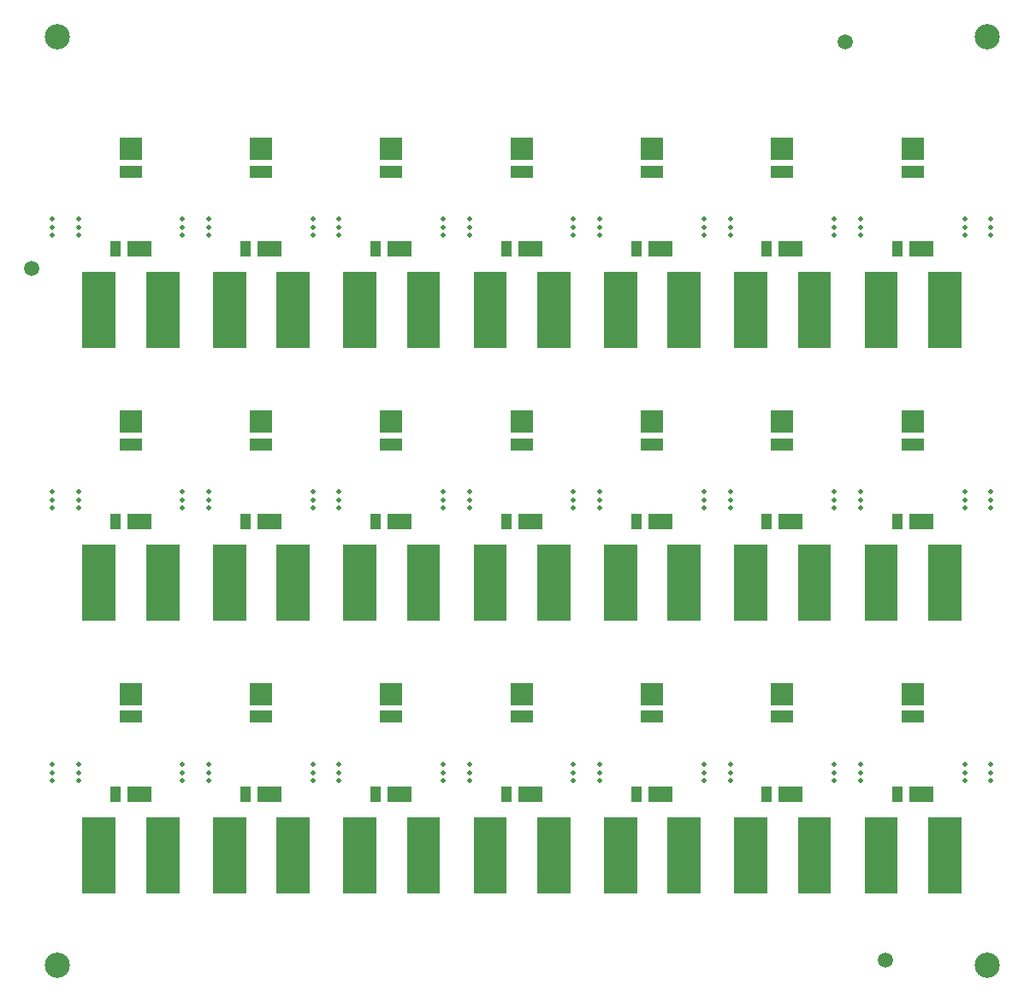
<source format=gbr>
G04 #@! TF.GenerationSoftware,KiCad,Pcbnew,(5.1.5)-3*
G04 #@! TF.CreationDate,2020-06-10T08:11:37+03:00*
G04 #@! TF.ProjectId,noname,6e6f6e61-6d65-42e6-9b69-6361645f7063,rev?*
G04 #@! TF.SameCoordinates,Original*
G04 #@! TF.FileFunction,Soldermask,Bot*
G04 #@! TF.FilePolarity,Negative*
%FSLAX46Y46*%
G04 Gerber Fmt 4.6, Leading zero omitted, Abs format (unit mm)*
G04 Created by KiCad (PCBNEW (5.1.5)-3) date 2020-06-10 08:11:37*
%MOMM*%
%LPD*%
G04 APERTURE LIST*
%ADD10C,0.100000*%
%ADD11R,2.400000X1.500000*%
%ADD12R,1.050000X1.500000*%
%ADD13C,0.500000*%
%ADD14R,2.200000X1.250000*%
%ADD15R,2.200000X2.200000*%
%ADD16C,1.500000*%
%ADD17C,2.500000*%
G04 APERTURE END LIST*
D10*
G36*
X172100000Y-127200000D02*
G01*
X168900000Y-127200000D01*
X168900000Y-119700000D01*
X172100000Y-119700000D01*
X172100000Y-127200000D01*
G37*
X172100000Y-127200000D02*
X168900000Y-127200000D01*
X168900000Y-119700000D01*
X172100000Y-119700000D01*
X172100000Y-127200000D01*
G36*
X152600000Y-127200000D02*
G01*
X149400000Y-127200000D01*
X149400000Y-119700000D01*
X152600000Y-119700000D01*
X152600000Y-127200000D01*
G37*
X152600000Y-127200000D02*
X149400000Y-127200000D01*
X149400000Y-119700000D01*
X152600000Y-119700000D01*
X152600000Y-127200000D01*
G36*
X113900000Y-127200000D02*
G01*
X110700000Y-127200000D01*
X110700000Y-119700000D01*
X113900000Y-119700000D01*
X113900000Y-127200000D01*
G37*
X113900000Y-127200000D02*
X110700000Y-127200000D01*
X110700000Y-119700000D01*
X113900000Y-119700000D01*
X113900000Y-127200000D01*
G36*
X146300000Y-127200000D02*
G01*
X143100000Y-127200000D01*
X143100000Y-119700000D01*
X146300000Y-119700000D01*
X146300000Y-127200000D01*
G37*
X146300000Y-127200000D02*
X143100000Y-127200000D01*
X143100000Y-119700000D01*
X146300000Y-119700000D01*
X146300000Y-127200000D01*
G36*
X120500000Y-127200000D02*
G01*
X117300000Y-127200000D01*
X117300000Y-119700000D01*
X120500000Y-119700000D01*
X120500000Y-127200000D01*
G37*
X120500000Y-127200000D02*
X117300000Y-127200000D01*
X117300000Y-119700000D01*
X120500000Y-119700000D01*
X120500000Y-127200000D01*
G36*
X178400000Y-127200000D02*
G01*
X175200000Y-127200000D01*
X175200000Y-119700000D01*
X178400000Y-119700000D01*
X178400000Y-127200000D01*
G37*
X178400000Y-127200000D02*
X175200000Y-127200000D01*
X175200000Y-119700000D01*
X178400000Y-119700000D01*
X178400000Y-127200000D01*
G36*
X107600000Y-127200000D02*
G01*
X104400000Y-127200000D01*
X104400000Y-119700000D01*
X107600000Y-119700000D01*
X107600000Y-127200000D01*
G37*
X107600000Y-127200000D02*
X104400000Y-127200000D01*
X104400000Y-119700000D01*
X107600000Y-119700000D01*
X107600000Y-127200000D01*
G36*
X133400000Y-127200000D02*
G01*
X130200000Y-127200000D01*
X130200000Y-119700000D01*
X133400000Y-119700000D01*
X133400000Y-127200000D01*
G37*
X133400000Y-127200000D02*
X130200000Y-127200000D01*
X130200000Y-119700000D01*
X133400000Y-119700000D01*
X133400000Y-127200000D01*
G36*
X165500000Y-127200000D02*
G01*
X162300000Y-127200000D01*
X162300000Y-119700000D01*
X165500000Y-119700000D01*
X165500000Y-127200000D01*
G37*
X165500000Y-127200000D02*
X162300000Y-127200000D01*
X162300000Y-119700000D01*
X165500000Y-119700000D01*
X165500000Y-127200000D01*
G36*
X159200000Y-127200000D02*
G01*
X156000000Y-127200000D01*
X156000000Y-119700000D01*
X159200000Y-119700000D01*
X159200000Y-127200000D01*
G37*
X159200000Y-127200000D02*
X156000000Y-127200000D01*
X156000000Y-119700000D01*
X159200000Y-119700000D01*
X159200000Y-127200000D01*
G36*
X126800000Y-127200000D02*
G01*
X123600000Y-127200000D01*
X123600000Y-119700000D01*
X126800000Y-119700000D01*
X126800000Y-127200000D01*
G37*
X126800000Y-127200000D02*
X123600000Y-127200000D01*
X123600000Y-119700000D01*
X126800000Y-119700000D01*
X126800000Y-127200000D01*
G36*
X139700000Y-127200000D02*
G01*
X136500000Y-127200000D01*
X136500000Y-119700000D01*
X139700000Y-119700000D01*
X139700000Y-127200000D01*
G37*
X139700000Y-127200000D02*
X136500000Y-127200000D01*
X136500000Y-119700000D01*
X139700000Y-119700000D01*
X139700000Y-127200000D01*
G36*
X101000000Y-127200000D02*
G01*
X97800000Y-127200000D01*
X97800000Y-119700000D01*
X101000000Y-119700000D01*
X101000000Y-127200000D01*
G37*
X101000000Y-127200000D02*
X97800000Y-127200000D01*
X97800000Y-119700000D01*
X101000000Y-119700000D01*
X101000000Y-127200000D01*
G36*
X94700000Y-127200000D02*
G01*
X91500000Y-127200000D01*
X91500000Y-119700000D01*
X94700000Y-119700000D01*
X94700000Y-127200000D01*
G37*
X94700000Y-127200000D02*
X91500000Y-127200000D01*
X91500000Y-119700000D01*
X94700000Y-119700000D01*
X94700000Y-127200000D01*
G36*
X139700000Y-100200000D02*
G01*
X136500000Y-100200000D01*
X136500000Y-92700000D01*
X139700000Y-92700000D01*
X139700000Y-100200000D01*
G37*
X139700000Y-100200000D02*
X136500000Y-100200000D01*
X136500000Y-92700000D01*
X139700000Y-92700000D01*
X139700000Y-100200000D01*
G36*
X178400000Y-100200000D02*
G01*
X175200000Y-100200000D01*
X175200000Y-92700000D01*
X178400000Y-92700000D01*
X178400000Y-100200000D01*
G37*
X178400000Y-100200000D02*
X175200000Y-100200000D01*
X175200000Y-92700000D01*
X178400000Y-92700000D01*
X178400000Y-100200000D01*
G36*
X165500000Y-100200000D02*
G01*
X162300000Y-100200000D01*
X162300000Y-92700000D01*
X165500000Y-92700000D01*
X165500000Y-100200000D01*
G37*
X165500000Y-100200000D02*
X162300000Y-100200000D01*
X162300000Y-92700000D01*
X165500000Y-92700000D01*
X165500000Y-100200000D01*
G36*
X152600000Y-100200000D02*
G01*
X149400000Y-100200000D01*
X149400000Y-92700000D01*
X152600000Y-92700000D01*
X152600000Y-100200000D01*
G37*
X152600000Y-100200000D02*
X149400000Y-100200000D01*
X149400000Y-92700000D01*
X152600000Y-92700000D01*
X152600000Y-100200000D01*
G36*
X126800000Y-100200000D02*
G01*
X123600000Y-100200000D01*
X123600000Y-92700000D01*
X126800000Y-92700000D01*
X126800000Y-100200000D01*
G37*
X126800000Y-100200000D02*
X123600000Y-100200000D01*
X123600000Y-92700000D01*
X126800000Y-92700000D01*
X126800000Y-100200000D01*
G36*
X113900000Y-100200000D02*
G01*
X110700000Y-100200000D01*
X110700000Y-92700000D01*
X113900000Y-92700000D01*
X113900000Y-100200000D01*
G37*
X113900000Y-100200000D02*
X110700000Y-100200000D01*
X110700000Y-92700000D01*
X113900000Y-92700000D01*
X113900000Y-100200000D01*
G36*
X120500000Y-100200000D02*
G01*
X117300000Y-100200000D01*
X117300000Y-92700000D01*
X120500000Y-92700000D01*
X120500000Y-100200000D01*
G37*
X120500000Y-100200000D02*
X117300000Y-100200000D01*
X117300000Y-92700000D01*
X120500000Y-92700000D01*
X120500000Y-100200000D01*
G36*
X172100000Y-100200000D02*
G01*
X168900000Y-100200000D01*
X168900000Y-92700000D01*
X172100000Y-92700000D01*
X172100000Y-100200000D01*
G37*
X172100000Y-100200000D02*
X168900000Y-100200000D01*
X168900000Y-92700000D01*
X172100000Y-92700000D01*
X172100000Y-100200000D01*
G36*
X159200000Y-100200000D02*
G01*
X156000000Y-100200000D01*
X156000000Y-92700000D01*
X159200000Y-92700000D01*
X159200000Y-100200000D01*
G37*
X159200000Y-100200000D02*
X156000000Y-100200000D01*
X156000000Y-92700000D01*
X159200000Y-92700000D01*
X159200000Y-100200000D01*
G36*
X146300000Y-100200000D02*
G01*
X143100000Y-100200000D01*
X143100000Y-92700000D01*
X146300000Y-92700000D01*
X146300000Y-100200000D01*
G37*
X146300000Y-100200000D02*
X143100000Y-100200000D01*
X143100000Y-92700000D01*
X146300000Y-92700000D01*
X146300000Y-100200000D01*
G36*
X107600000Y-100200000D02*
G01*
X104400000Y-100200000D01*
X104400000Y-92700000D01*
X107600000Y-92700000D01*
X107600000Y-100200000D01*
G37*
X107600000Y-100200000D02*
X104400000Y-100200000D01*
X104400000Y-92700000D01*
X107600000Y-92700000D01*
X107600000Y-100200000D01*
G36*
X133400000Y-100200000D02*
G01*
X130200000Y-100200000D01*
X130200000Y-92700000D01*
X133400000Y-92700000D01*
X133400000Y-100200000D01*
G37*
X133400000Y-100200000D02*
X130200000Y-100200000D01*
X130200000Y-92700000D01*
X133400000Y-92700000D01*
X133400000Y-100200000D01*
G36*
X101000000Y-100200000D02*
G01*
X97800000Y-100200000D01*
X97800000Y-92700000D01*
X101000000Y-92700000D01*
X101000000Y-100200000D01*
G37*
X101000000Y-100200000D02*
X97800000Y-100200000D01*
X97800000Y-92700000D01*
X101000000Y-92700000D01*
X101000000Y-100200000D01*
G36*
X94700000Y-100200000D02*
G01*
X91500000Y-100200000D01*
X91500000Y-92700000D01*
X94700000Y-92700000D01*
X94700000Y-100200000D01*
G37*
X94700000Y-100200000D02*
X91500000Y-100200000D01*
X91500000Y-92700000D01*
X94700000Y-92700000D01*
X94700000Y-100200000D01*
G36*
X178400000Y-73200000D02*
G01*
X175200000Y-73200000D01*
X175200000Y-65700000D01*
X178400000Y-65700000D01*
X178400000Y-73200000D01*
G37*
X178400000Y-73200000D02*
X175200000Y-73200000D01*
X175200000Y-65700000D01*
X178400000Y-65700000D01*
X178400000Y-73200000D01*
G36*
X165500000Y-73200000D02*
G01*
X162300000Y-73200000D01*
X162300000Y-65700000D01*
X165500000Y-65700000D01*
X165500000Y-73200000D01*
G37*
X165500000Y-73200000D02*
X162300000Y-73200000D01*
X162300000Y-65700000D01*
X165500000Y-65700000D01*
X165500000Y-73200000D01*
G36*
X152600000Y-73200000D02*
G01*
X149400000Y-73200000D01*
X149400000Y-65700000D01*
X152600000Y-65700000D01*
X152600000Y-73200000D01*
G37*
X152600000Y-73200000D02*
X149400000Y-73200000D01*
X149400000Y-65700000D01*
X152600000Y-65700000D01*
X152600000Y-73200000D01*
G36*
X139700000Y-73200000D02*
G01*
X136500000Y-73200000D01*
X136500000Y-65700000D01*
X139700000Y-65700000D01*
X139700000Y-73200000D01*
G37*
X139700000Y-73200000D02*
X136500000Y-73200000D01*
X136500000Y-65700000D01*
X139700000Y-65700000D01*
X139700000Y-73200000D01*
G36*
X126800000Y-73200000D02*
G01*
X123600000Y-73200000D01*
X123600000Y-65700000D01*
X126800000Y-65700000D01*
X126800000Y-73200000D01*
G37*
X126800000Y-73200000D02*
X123600000Y-73200000D01*
X123600000Y-65700000D01*
X126800000Y-65700000D01*
X126800000Y-73200000D01*
G36*
X113900000Y-73200000D02*
G01*
X110700000Y-73200000D01*
X110700000Y-65700000D01*
X113900000Y-65700000D01*
X113900000Y-73200000D01*
G37*
X113900000Y-73200000D02*
X110700000Y-73200000D01*
X110700000Y-65700000D01*
X113900000Y-65700000D01*
X113900000Y-73200000D01*
G36*
X172100000Y-73200000D02*
G01*
X168900000Y-73200000D01*
X168900000Y-65700000D01*
X172100000Y-65700000D01*
X172100000Y-73200000D01*
G37*
X172100000Y-73200000D02*
X168900000Y-73200000D01*
X168900000Y-65700000D01*
X172100000Y-65700000D01*
X172100000Y-73200000D01*
G36*
X159200000Y-73200000D02*
G01*
X156000000Y-73200000D01*
X156000000Y-65700000D01*
X159200000Y-65700000D01*
X159200000Y-73200000D01*
G37*
X159200000Y-73200000D02*
X156000000Y-73200000D01*
X156000000Y-65700000D01*
X159200000Y-65700000D01*
X159200000Y-73200000D01*
G36*
X146300000Y-73200000D02*
G01*
X143100000Y-73200000D01*
X143100000Y-65700000D01*
X146300000Y-65700000D01*
X146300000Y-73200000D01*
G37*
X146300000Y-73200000D02*
X143100000Y-73200000D01*
X143100000Y-65700000D01*
X146300000Y-65700000D01*
X146300000Y-73200000D01*
G36*
X133400000Y-73200000D02*
G01*
X130200000Y-73200000D01*
X130200000Y-65700000D01*
X133400000Y-65700000D01*
X133400000Y-73200000D01*
G37*
X133400000Y-73200000D02*
X130200000Y-73200000D01*
X130200000Y-65700000D01*
X133400000Y-65700000D01*
X133400000Y-73200000D01*
G36*
X120500000Y-73200000D02*
G01*
X117300000Y-73200000D01*
X117300000Y-65700000D01*
X120500000Y-65700000D01*
X120500000Y-73200000D01*
G37*
X120500000Y-73200000D02*
X117300000Y-73200000D01*
X117300000Y-65700000D01*
X120500000Y-65700000D01*
X120500000Y-73200000D01*
G36*
X107600000Y-73200000D02*
G01*
X104400000Y-73200000D01*
X104400000Y-65700000D01*
X107600000Y-65700000D01*
X107600000Y-73200000D01*
G37*
X107600000Y-73200000D02*
X104400000Y-73200000D01*
X104400000Y-65700000D01*
X107600000Y-65700000D01*
X107600000Y-73200000D01*
G36*
X101000000Y-73200000D02*
G01*
X97800000Y-73200000D01*
X97800000Y-65700000D01*
X101000000Y-65700000D01*
X101000000Y-73200000D01*
G37*
X101000000Y-73200000D02*
X97800000Y-73200000D01*
X97800000Y-65700000D01*
X101000000Y-65700000D01*
X101000000Y-73200000D01*
G36*
X94700000Y-73200000D02*
G01*
X91500000Y-73200000D01*
X91500000Y-65700000D01*
X94700000Y-65700000D01*
X94700000Y-73200000D01*
G37*
X94700000Y-73200000D02*
X91500000Y-73200000D01*
X91500000Y-65700000D01*
X94700000Y-65700000D01*
X94700000Y-73200000D01*
D11*
X148700000Y-117400000D03*
D12*
X146325000Y-117400000D03*
D11*
X110000000Y-117400000D03*
D12*
X107625000Y-117400000D03*
D13*
X178800000Y-115300000D03*
X178800000Y-114500000D03*
X178800000Y-116100000D03*
X181400000Y-115300000D03*
X181400000Y-114500000D03*
X181400000Y-116100000D03*
D11*
X135800000Y-117400000D03*
D12*
X133425000Y-117400000D03*
D11*
X174500000Y-117400000D03*
D12*
X172125000Y-117400000D03*
D11*
X161600000Y-117400000D03*
D12*
X159225000Y-117400000D03*
D13*
X116900000Y-116100000D03*
X116900000Y-114500000D03*
X116900000Y-115300000D03*
X114300000Y-116100000D03*
X114300000Y-114500000D03*
X114300000Y-115300000D03*
D11*
X122900000Y-117400000D03*
D12*
X120525000Y-117400000D03*
D14*
X134950000Y-109775000D03*
D15*
X134950000Y-107500000D03*
D14*
X122050000Y-109775000D03*
D15*
X122050000Y-107500000D03*
D13*
X155600000Y-116100000D03*
X155600000Y-114500000D03*
X155600000Y-115300000D03*
X153000000Y-116100000D03*
X153000000Y-114500000D03*
X153000000Y-115300000D03*
D14*
X109150000Y-109775000D03*
D15*
X109150000Y-107500000D03*
D14*
X173650000Y-109775000D03*
D15*
X173650000Y-107500000D03*
D14*
X147850000Y-109775000D03*
D15*
X147850000Y-107500000D03*
D14*
X160750000Y-109775000D03*
D15*
X160750000Y-107500000D03*
D13*
X168500000Y-116100000D03*
X168500000Y-114500000D03*
X168500000Y-115300000D03*
X165900000Y-116100000D03*
X165900000Y-114500000D03*
X165900000Y-115300000D03*
X129800000Y-116100000D03*
X129800000Y-114500000D03*
X129800000Y-115300000D03*
X127200000Y-116100000D03*
X127200000Y-114500000D03*
X127200000Y-115300000D03*
X104000000Y-116100000D03*
X104000000Y-114500000D03*
X104000000Y-115300000D03*
X101400000Y-116100000D03*
X101400000Y-114500000D03*
X101400000Y-115300000D03*
X142700000Y-116100000D03*
X142700000Y-114500000D03*
X142700000Y-115300000D03*
X140100000Y-116100000D03*
X140100000Y-114500000D03*
X140100000Y-115300000D03*
D15*
X96250000Y-107500000D03*
D14*
X96250000Y-109775000D03*
D13*
X88500000Y-115300000D03*
X88500000Y-114500000D03*
X88500000Y-116100000D03*
X91100000Y-115300000D03*
X91100000Y-114500000D03*
X91100000Y-116100000D03*
D12*
X94725000Y-117400000D03*
D11*
X97100000Y-117400000D03*
D12*
X107625000Y-90400000D03*
D11*
X110000000Y-90400000D03*
D12*
X146325000Y-90400000D03*
D11*
X148700000Y-90400000D03*
D12*
X133425000Y-90400000D03*
D11*
X135800000Y-90400000D03*
D13*
X181400000Y-89100000D03*
X181400000Y-87500000D03*
X181400000Y-88300000D03*
X178800000Y-89100000D03*
X178800000Y-87500000D03*
X178800000Y-88300000D03*
D12*
X172125000Y-90400000D03*
D11*
X174500000Y-90400000D03*
D12*
X159225000Y-90400000D03*
D11*
X161600000Y-90400000D03*
D12*
X120525000Y-90400000D03*
D11*
X122900000Y-90400000D03*
D15*
X122050000Y-80500000D03*
D14*
X122050000Y-82775000D03*
D15*
X109150000Y-80500000D03*
D14*
X109150000Y-82775000D03*
D15*
X173650000Y-80500000D03*
D14*
X173650000Y-82775000D03*
D15*
X160750000Y-80500000D03*
D14*
X160750000Y-82775000D03*
D15*
X147850000Y-80500000D03*
D14*
X147850000Y-82775000D03*
D13*
X165900000Y-88300000D03*
X165900000Y-87500000D03*
X165900000Y-89100000D03*
X168500000Y-88300000D03*
X168500000Y-87500000D03*
X168500000Y-89100000D03*
X153000000Y-88300000D03*
X153000000Y-87500000D03*
X153000000Y-89100000D03*
X155600000Y-88300000D03*
X155600000Y-87500000D03*
X155600000Y-89100000D03*
X127200000Y-88300000D03*
X127200000Y-87500000D03*
X127200000Y-89100000D03*
X129800000Y-88300000D03*
X129800000Y-87500000D03*
X129800000Y-89100000D03*
X101400000Y-88300000D03*
X101400000Y-87500000D03*
X101400000Y-89100000D03*
X104000000Y-88300000D03*
X104000000Y-87500000D03*
X104000000Y-89100000D03*
X114300000Y-88300000D03*
X114300000Y-87500000D03*
X114300000Y-89100000D03*
X116900000Y-88300000D03*
X116900000Y-87500000D03*
X116900000Y-89100000D03*
D15*
X134950000Y-80500000D03*
D14*
X134950000Y-82775000D03*
D13*
X140100000Y-88300000D03*
X140100000Y-87500000D03*
X140100000Y-89100000D03*
X142700000Y-88300000D03*
X142700000Y-87500000D03*
X142700000Y-89100000D03*
D11*
X97100000Y-90400000D03*
D12*
X94725000Y-90400000D03*
D14*
X96250000Y-82775000D03*
D15*
X96250000Y-80500000D03*
D13*
X91100000Y-89100000D03*
X91100000Y-87500000D03*
X91100000Y-88300000D03*
X88500000Y-89100000D03*
X88500000Y-87500000D03*
X88500000Y-88300000D03*
X178800000Y-61300000D03*
X178800000Y-60500000D03*
X178800000Y-62100000D03*
X181400000Y-61300000D03*
X181400000Y-60500000D03*
X181400000Y-62100000D03*
D11*
X174500000Y-63400000D03*
D12*
X172125000Y-63400000D03*
D11*
X161600000Y-63400000D03*
D12*
X159225000Y-63400000D03*
D11*
X148700000Y-63400000D03*
D12*
X146325000Y-63400000D03*
D11*
X135800000Y-63400000D03*
D12*
X133425000Y-63400000D03*
D11*
X122900000Y-63400000D03*
D12*
X120525000Y-63400000D03*
D11*
X110000000Y-63400000D03*
D12*
X107625000Y-63400000D03*
D14*
X173650000Y-55775000D03*
D15*
X173650000Y-53500000D03*
D14*
X160750000Y-55775000D03*
D15*
X160750000Y-53500000D03*
D14*
X147850000Y-55775000D03*
D15*
X147850000Y-53500000D03*
D14*
X134950000Y-55775000D03*
D15*
X134950000Y-53500000D03*
D14*
X122050000Y-55775000D03*
D15*
X122050000Y-53500000D03*
D14*
X109150000Y-55775000D03*
D15*
X109150000Y-53500000D03*
D13*
X168500000Y-62100000D03*
X168500000Y-60500000D03*
X168500000Y-61300000D03*
X165900000Y-62100000D03*
X165900000Y-60500000D03*
X165900000Y-61300000D03*
X155600000Y-62100000D03*
X155600000Y-60500000D03*
X155600000Y-61300000D03*
X153000000Y-62100000D03*
X153000000Y-60500000D03*
X153000000Y-61300000D03*
X142700000Y-62100000D03*
X142700000Y-60500000D03*
X142700000Y-61300000D03*
X140100000Y-62100000D03*
X140100000Y-60500000D03*
X140100000Y-61300000D03*
X129800000Y-62100000D03*
X129800000Y-60500000D03*
X129800000Y-61300000D03*
X127200000Y-62100000D03*
X127200000Y-60500000D03*
X127200000Y-61300000D03*
X116900000Y-62100000D03*
X116900000Y-60500000D03*
X116900000Y-61300000D03*
X114300000Y-62100000D03*
X114300000Y-60500000D03*
X114300000Y-61300000D03*
X104000000Y-62100000D03*
X104000000Y-60500000D03*
X104000000Y-61300000D03*
X101400000Y-62100000D03*
X101400000Y-60500000D03*
X101400000Y-61300000D03*
D16*
X171000000Y-133900000D03*
X86500000Y-65400000D03*
X167000000Y-42900000D03*
D17*
X89000000Y-134400000D03*
X181000000Y-134400000D03*
X181000000Y-42400000D03*
X89000000Y-42400000D03*
D13*
X88500000Y-61300000D03*
X88500000Y-60500000D03*
X88500000Y-62100000D03*
X91100000Y-61300000D03*
X91100000Y-60500000D03*
X91100000Y-62100000D03*
D15*
X96250000Y-53500000D03*
D14*
X96250000Y-55775000D03*
D12*
X94725000Y-63400000D03*
D11*
X97100000Y-63400000D03*
M02*

</source>
